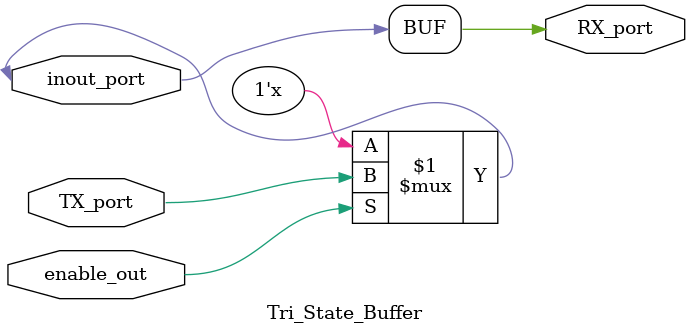
<source format=v>
module Tri_State_Buffer (
 inout  wire inout_port ,
 input  wire enable_out ,
 input  wire TX_port    ,
 output wire RX_port
 );
 
 assign inout_port = enable_out ? TX_port : 1'bz ;
 
 assign RX_port    = inout_port ;

endmodule

</source>
